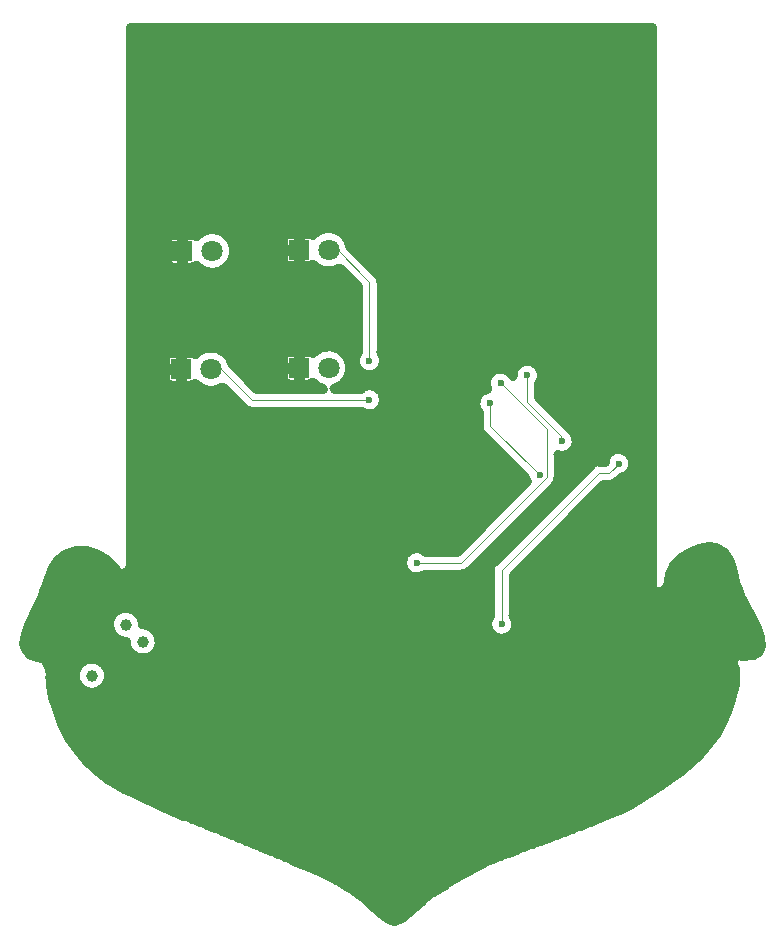
<source format=gtl>
G04 Layer: TopLayer*
G04 EasyEDA Pro v2.2.43.4, 2025-11-10 11:02:42*
G04 Gerber Generator version 0.3*
G04 Scale: 100 percent, Rotated: No, Reflected: No*
G04 Dimensions in millimeters*
G04 Leading zeros omitted, absolute positions, 4 integers and 5 decimals*
G04 Generated by one-click*
%FSLAX45Y45*%
%MOMM*%
%ADD10C,0.8*%
%ADD11C,0.90508*%
%ADD12R,1.8X1.8*%
%ADD13C,1.8*%
%ADD14C,0.991*%
%ADD15C,0.6*%
%ADD16C,0.1020*%
%ADD17C,0.1*%
G75*


G04 Copper Start*
G36*
G01X12004357Y-6458590D02*
G01X12004357Y-6315123D01*
G01X12234272Y-6315123D01*
G01X12242443Y-6316708D01*
G01X12250749Y-6317239D01*
G01X16206984Y-6317647D01*
G01X16216063Y-6317014D01*
G01X16224964Y-6315123D01*
G01X16418636Y-6315123D01*
G01X16418636Y-11029681D01*
G01X16420571Y-11045452D01*
G01X16426260Y-11060288D01*
G01X16435366Y-11073310D01*
G01X16447350Y-11083744D01*
G01X16461500Y-11090973D01*
G01X16476978Y-11094568D01*
G01X16492865Y-11094315D01*
G01X16508221Y-11090229D01*
G01X16522134Y-11082554D01*
G01X16533779Y-11071743D01*
G01X16542466Y-11058438D01*
G01X16547680Y-11043429D01*
G01X16568231Y-10948069D01*
G01X16603466Y-10870975D01*
G01X16667470Y-10803659D01*
G01X16739002Y-10757913D01*
G01X16819120Y-10723587D01*
G01X16896619Y-10709661D01*
G01X16965617Y-10719890D01*
G01X17027962Y-10759010D01*
G01X17079426Y-10832745D01*
G01X17110284Y-10926783D01*
G01X17136204Y-11035186D01*
G01X17138437Y-11042540D01*
G01X17178513Y-11150688D01*
G01X17183269Y-11160741D01*
G01X17245669Y-11267508D01*
G01X17306775Y-11377881D01*
G01X17338316Y-11479463D01*
G01X17342971Y-11554046D01*
G01X17322727Y-11605704D01*
G01X17274162Y-11630182D01*
G01X17172009Y-11635374D01*
G01X17156117Y-11638180D01*
G01X17141399Y-11644801D01*
G01X17128756Y-11654830D01*
G01X17118961Y-11667656D01*
G01X17112614Y-11682493D01*
G01X17110101Y-11698434D01*
G01X17111578Y-11714505D01*
G01X17116953Y-11729721D01*
G01X17117108Y-11730031D01*
G01X17122912Y-11739520D01*
G01X17130242Y-11747886D01*
G01X17128918Y-11758858D01*
G01X17124652Y-11879664D01*
G01X17093595Y-12002686D01*
G01X17056392Y-12107578D01*
G01X17016200Y-12206020D01*
G01X16965853Y-12296299D01*
G01X16898698Y-12386522D01*
G01X16820149Y-12478288D01*
G01X16739359Y-12555638D01*
G01X16667695Y-12611115D01*
G01X16591556Y-12665507D01*
G01X16499626Y-12729143D01*
G01X16406584Y-12790775D01*
G01X16312298Y-12850074D01*
G01X16218178Y-12905798D01*
G01X16144964Y-12941412D01*
G01X16032704Y-12988820D01*
G01X15896877Y-13042940D01*
G01X15883724Y-13050022D01*
G01X15872526Y-13059909D01*
G01X15853683Y-13063808D01*
G01X15836007Y-13071414D01*
G01X15820222Y-13082417D01*
G01X15804200Y-13082865D01*
G01X15788480Y-13085994D01*
G01X15773507Y-13091714D01*
G01X15759705Y-13099864D01*
G01X15747466Y-13110213D01*
G01X15730038Y-13112031D01*
G01X15713238Y-13117011D01*
G01X15697634Y-13124984D01*
G01X15683755Y-13135680D01*
G01X15665073Y-13136782D01*
G01X15646966Y-13141516D01*
G01X15630134Y-13149699D01*
G01X15615227Y-13161015D01*
G01X15596275Y-13162661D01*
G01X15578028Y-13168040D01*
G01X15561213Y-13176939D01*
G01X15546502Y-13189001D01*
G01X15528846Y-13190045D01*
G01X15511687Y-13194337D01*
G01X15495617Y-13201726D01*
G01X15481190Y-13211960D01*
G01X15462943Y-13212676D01*
G01X15445168Y-13216860D01*
G01X15428518Y-13224360D01*
G01X15413605Y-13234899D01*
G01X15394176Y-13235525D01*
G01X15375278Y-13240083D01*
G01X15357700Y-13248381D01*
G01X15342172Y-13260076D01*
G01X15326267Y-13261181D01*
G01X15310769Y-13264923D01*
G01X15296113Y-13271198D01*
G01X15282708Y-13279830D01*
G01X15270931Y-13290576D01*
G01X15254708Y-13292379D01*
G01X15239031Y-13296926D01*
G01X15224361Y-13304083D01*
G01X15211128Y-13313639D01*
G01X15191699Y-13314265D01*
G01X15172801Y-13318823D01*
G01X15155222Y-13327121D01*
G01X15139694Y-13338816D01*
G01X15121622Y-13340281D01*
G01X15104154Y-13345145D01*
G01X15087925Y-13353230D01*
G01X15073521Y-13364244D01*
G01X15056145Y-13365345D01*
G01X15039260Y-13369590D01*
G01X15023429Y-13376837D01*
G01X15009182Y-13386845D01*
G01X14998219Y-13389390D01*
G01X14987857Y-13393780D01*
G01X14880827Y-13450468D01*
G01X14879086Y-13451425D01*
G01X14773846Y-13511420D01*
G01X14772873Y-13511986D01*
G01X14668684Y-13573837D01*
G01X14668449Y-13573977D01*
G01X14564426Y-13636333D01*
G01X14557483Y-13641145D01*
G01X14475816Y-13706130D01*
G01X14471689Y-13709712D01*
G01X14385112Y-13791599D01*
G01X14303244Y-13856909D01*
G01X14239959Y-13880358D01*
G01X14185992Y-13866083D01*
G01X14116077Y-13815229D01*
G01X14041780Y-13744657D01*
G01X14040586Y-13743552D01*
G01X13972355Y-13681965D01*
G01X13966438Y-13677228D01*
G01X13864442Y-13605067D01*
G01X13860924Y-13602747D01*
G01X13754351Y-13537425D01*
G01X13750633Y-13535314D01*
G01X13639928Y-13477251D01*
G01X13636001Y-13475359D01*
G01X13521630Y-13424981D01*
G01X13518369Y-13423651D01*
G01X13449473Y-13397729D01*
G01X13447927Y-13397170D01*
G01X13381443Y-13374087D01*
G01X13367547Y-13362680D01*
G01X13351755Y-13354087D01*
G01X13334629Y-13348615D01*
G01X13316781Y-13346458D01*
G01X13302690Y-13334819D01*
G01X13286636Y-13326085D01*
G01X13269209Y-13320578D01*
G01X13251051Y-13318501D01*
G01X13236413Y-13306501D01*
G01X13219691Y-13297631D01*
G01X13201545Y-13292244D01*
G01X13182692Y-13290551D01*
G01X13169075Y-13280043D01*
G01X13153790Y-13272155D01*
G01X13137336Y-13267144D01*
G01X13120249Y-13265174D01*
G01X13105699Y-13253228D01*
G01X13089085Y-13244377D01*
G01X13071054Y-13238967D01*
G01X13052311Y-13237208D01*
G01X13038401Y-13226515D01*
G01X13022765Y-13218555D01*
G01X13005936Y-13213597D01*
G01X12988482Y-13211811D01*
G01X12974236Y-13200076D01*
G01X12957993Y-13191309D01*
G01X12940366Y-13185838D01*
G01X12922014Y-13183871D01*
G01X12907580Y-13172010D01*
G01X12891109Y-13163195D01*
G01X12873234Y-13157764D01*
G01X12854642Y-13155926D01*
G01X12840209Y-13144067D01*
G01X12823739Y-13135253D01*
G01X12805865Y-13129823D01*
G01X12787276Y-13127986D01*
G01X12772249Y-13115733D01*
G01X12755052Y-13106777D01*
G01X12736398Y-13101489D01*
G01X12717060Y-13100088D01*
G01X12703608Y-13089674D01*
G01X12688518Y-13081818D01*
G01X12672271Y-13076773D01*
G01X12655386Y-13074698D01*
G01X12641032Y-13062875D01*
G01X12624656Y-13054067D01*
G01X12606880Y-13048608D01*
G01X12588382Y-13046707D01*
G01X12574517Y-13036043D01*
G01X12558936Y-13028094D01*
G01X12542164Y-13023128D01*
G01X12524766Y-13021313D01*
G01X12509728Y-13009917D01*
G01X12492739Y-13001709D01*
G01X12474465Y-12997011D01*
G01X12455624Y-12996007D01*
G01X12302516Y-12926350D01*
G01X12157456Y-12859458D01*
G01X12037130Y-12803072D01*
G01X11950966Y-12761641D01*
G01X11910189Y-12740581D01*
G01X11811555Y-12677441D01*
G01X11718332Y-12607689D01*
G01X11633853Y-12530254D01*
G01X11558845Y-12441876D01*
G01X11487898Y-12340107D01*
G01X11428993Y-12233112D01*
G01X11391798Y-12132408D01*
G01X11346513Y-11987744D01*
G01X11323031Y-11887756D01*
G01X11322836Y-11825394D01*
G01X11322598Y-11820077D01*
G01X11320846Y-11799828D01*
G01X11540710Y-11799828D01*
G01X11541664Y-11822898D01*
G01X11546403Y-11845496D01*
G01X11554796Y-11867006D01*
G01X11566616Y-11886842D01*
G01X11581538Y-11904461D01*
G01X11581538Y-11904461D01*
G01X11599158Y-11919384D01*
G01X11618993Y-11931204D01*
G01X11640504Y-11939597D01*
G01X11663102Y-11944335D01*
G01X11686172Y-11945289D01*
G01X11709085Y-11942433D01*
G01X11731215Y-11935845D01*
G01X11751958Y-11925704D01*
G01X11770750Y-11912287D01*
G01X11787077Y-11895960D01*
G01X11800494Y-11877169D01*
G01X11810635Y-11856425D01*
G01X11817223Y-11834295D01*
G01X11820079Y-11811382D01*
G01X11819125Y-11788312D01*
G01X11814387Y-11765714D01*
G01X11805993Y-11744204D01*
G01X11794174Y-11724368D01*
G01X11779251Y-11706749D01*
G01X11761632Y-11691826D01*
G01X11741796Y-11680006D01*
G01X11720286Y-11671613D01*
G01X11697687Y-11666875D01*
G01X11674617Y-11665921D01*
G01X11651705Y-11668777D01*
G01X11629575Y-11675365D01*
G01X11608831Y-11685506D01*
G01X11590040Y-11698923D01*
G01X11573713Y-11715250D01*
G01X11560296Y-11734041D01*
G01X11550155Y-11754785D01*
G01X11543566Y-11776915D01*
G01X11540710Y-11799828D01*
G01X11320846Y-11799828D01*
G01X11315939Y-11743132D01*
G01X11313730Y-11731036D01*
G01X11309290Y-11719570D01*
G01X11302778Y-11709140D01*
G01X11294426Y-11700116D01*
G01X11289789Y-11687096D01*
G01X11282513Y-11675343D01*
G01X11272925Y-11665388D01*
G01X11261455Y-11657674D01*
G01X11248618Y-11652550D01*
G01X11159380Y-11627499D01*
G01X11113483Y-11583119D01*
G01X11100320Y-11528137D01*
G01X11112110Y-11453572D01*
G01X11137925Y-11383795D01*
G01X11828265Y-11383795D01*
G01X11831850Y-11407304D01*
G01X11839367Y-11429866D01*
G01X11850600Y-11450828D01*
G01X11865222Y-11469582D01*
G01X11882812Y-11485587D01*
G01X11902860Y-11498378D01*
G01X11924786Y-11507587D01*
G01X11947956Y-11512946D01*
G01X11971699Y-11514301D01*
G01X11973053Y-11538044D01*
G01X11978413Y-11561213D01*
G01X11987622Y-11583139D01*
G01X12000413Y-11603187D01*
G01X12016418Y-11620777D01*
G01X12035172Y-11635400D01*
G01X12056134Y-11646633D01*
G01X12078695Y-11654150D01*
G01X12102205Y-11657735D01*
G01X12125982Y-11657283D01*
G01X12149339Y-11652808D01*
G01X12171599Y-11644439D01*
G01X12192118Y-11632418D01*
G01X12210303Y-11617093D01*
G01X12210303Y-11617093D01*
G01X12225628Y-11598908D01*
G01X12237649Y-11578388D01*
G01X12246018Y-11556128D01*
G01X12250493Y-11532772D01*
G01X12250945Y-11508995D01*
G01X12247361Y-11485485D01*
G01X12239843Y-11462923D01*
G01X12228610Y-11441962D01*
G01X12213988Y-11423208D01*
G01X12196398Y-11407203D01*
G01X12176350Y-11394411D01*
G01X12154424Y-11385202D01*
G01X12131254Y-11379843D01*
G01X12107511Y-11378488D01*
G01X12107225Y-11373462D01*
G01X15029796Y-11373462D01*
G01X15032146Y-11393905D01*
G01X15037948Y-11413649D01*
G01X15047030Y-11432115D01*
G01X15059128Y-11448761D01*
G01X15073887Y-11463101D01*
G01X15090875Y-11474715D01*
G01X15109595Y-11483262D01*
G01X15129497Y-11488493D01*
G01X15150000Y-11490254D01*
G01X15170503Y-11488493D01*
G01X15190405Y-11483262D01*
G01X15209125Y-11474715D01*
G01X15226113Y-11463101D01*
G01X15240872Y-11448761D01*
G01X15252970Y-11432115D01*
G01X15262052Y-11413649D01*
G01X15267854Y-11393905D01*
G01X15270204Y-11373462D01*
G01X15269034Y-11352917D01*
G01X15264379Y-11332872D01*
G01X15256374Y-11313914D01*
G01X15245254Y-11296599D01*
G01X15245254Y-10949455D01*
G01X16009456Y-10185254D01*
G01X16060000Y-10185254D01*
G01X16078583Y-10183423D01*
G01X16096452Y-10178003D01*
G01X16112920Y-10169201D01*
G01X16127355Y-10157355D01*
G01X16155452Y-10129257D01*
G01X16175559Y-10124876D01*
G01X16194624Y-10117132D01*
G01X16212090Y-10106250D01*
G01X16227445Y-10092549D01*
G01X16240239Y-10076431D01*
G01X16250098Y-10058368D01*
G01X16256732Y-10038889D01*
G01X16259949Y-10018563D01*
G01X16259652Y-9997987D01*
G01X16255852Y-9977763D01*
G01X16248660Y-9958482D01*
G01X16238285Y-9940710D01*
G01X16225032Y-9924968D01*
G01X16209290Y-9911715D01*
G01X16191518Y-9901340D01*
G01X16172237Y-9894148D01*
G01X16152013Y-9890348D01*
G01X16131437Y-9890051D01*
G01X16111111Y-9893268D01*
G01X16091632Y-9899902D01*
G01X16073569Y-9909761D01*
G01X16057451Y-9922555D01*
G01X16043750Y-9937910D01*
G01X16032869Y-9955376D01*
G01X16025124Y-9974441D01*
G01X16020743Y-9994548D01*
G01X16020545Y-9994746D01*
G01X15970000Y-9994746D01*
G01X15951417Y-9996576D01*
G01X15933548Y-10001997D01*
G01X15917080Y-10010799D01*
G01X15902645Y-10022645D01*
G01X15082645Y-10842645D01*
G01X15082645Y-10842645D01*
G01X15070799Y-10857080D01*
G01X15061997Y-10873548D01*
G01X15056576Y-10891417D01*
G01X15054746Y-10910000D01*
G01X15054746Y-11296599D01*
G01X15043626Y-11313914D01*
G01X15035621Y-11332872D01*
G01X15030966Y-11352917D01*
G01X15029796Y-11373462D01*
G01X12107225Y-11373462D01*
G01X12106157Y-11354746D01*
G01X12100797Y-11331576D01*
G01X12091589Y-11309650D01*
G01X12078797Y-11289602D01*
G01X12062792Y-11272012D01*
G01X12044038Y-11257389D01*
G01X12023077Y-11246157D01*
G01X12000515Y-11238639D01*
G01X11977005Y-11235055D01*
G01X11953228Y-11235506D01*
G01X11929871Y-11239982D01*
G01X11907611Y-11248351D01*
G01X11887092Y-11260372D01*
G01X11868907Y-11275696D01*
G01X11853582Y-11293882D01*
G01X11841561Y-11314401D01*
G01X11833192Y-11336661D01*
G01X11828717Y-11360018D01*
G01X11828265Y-11383795D01*
G01X11137925Y-11383795D01*
G01X11139882Y-11378505D01*
G01X11183406Y-11281975D01*
G01X11228186Y-11183423D01*
G01X11228795Y-11182040D01*
G01X11271260Y-11082399D01*
G01X11272449Y-11079402D01*
G01X11309699Y-10978130D01*
G01X11342661Y-10888401D01*
G01X11380572Y-10829864D01*
G01X11447127Y-10779811D01*
G01X11541858Y-10744071D01*
G01X11631220Y-10740635D01*
G01X11717036Y-10765285D01*
G01X11798981Y-10816547D01*
G01X11874151Y-10892723D01*
G01X11884788Y-10908699D01*
G01X11894568Y-10920227D01*
G01X11906738Y-10929195D01*
G01X11920646Y-10935122D01*
G01X11935544Y-10937690D01*
G01X11950633Y-10936760D01*
G01X11965103Y-10932383D01*
G01X11978178Y-10924794D01*
G01X11989155Y-10914400D01*
G01X11997446Y-10901759D01*
G01X12002606Y-10887549D01*
G01X12004357Y-10872533D01*
G01X12004357Y-10850000D01*
G01X14309746Y-10850000D01*
G01X14311507Y-10870503D01*
G01X14316738Y-10890405D01*
G01X14325285Y-10909125D01*
G01X14336899Y-10926112D01*
G01X14351239Y-10940872D01*
G01X14367885Y-10952970D01*
G01X14386351Y-10962052D01*
G01X14406095Y-10967854D01*
G01X14426538Y-10970204D01*
G01X14447083Y-10969034D01*
G01X14467128Y-10964379D01*
G01X14486086Y-10956374D01*
G01X14503401Y-10945254D01*
G01X14807782Y-10945254D01*
G01X14826365Y-10943424D01*
G01X14844234Y-10938003D01*
G01X14860702Y-10929201D01*
G01X14875137Y-10917355D01*
G01X15597355Y-10195137D01*
G01X15609201Y-10180702D01*
G01X15618003Y-10164234D01*
G01X15623424Y-10146365D01*
G01X15625254Y-10127782D01*
G01X15625254Y-9935125D01*
G01X15645280Y-9939349D01*
G01X15665732Y-9940117D01*
G01X15686019Y-9937405D01*
G01X15705552Y-9931292D01*
G01X15723765Y-9921956D01*
G01X15740131Y-9909666D01*
G01X15754176Y-9894779D01*
G01X15765493Y-9877725D01*
G01X15773754Y-9858999D01*
G01X15778720Y-9839144D01*
G01X15780247Y-9818734D01*
G01X15778291Y-9798361D01*
G01X15772908Y-9778615D01*
G01X15764255Y-9760067D01*
G01X15752581Y-9743256D01*
G01X15738226Y-9728667D01*
G01X15731020Y-9717605D01*
G01X15722355Y-9707645D01*
G01X15461254Y-9446545D01*
G01X15461254Y-9337401D01*
G01X15472646Y-9319566D01*
G01X15480735Y-9300011D01*
G01X15485271Y-9279340D01*
G01X15486114Y-9258194D01*
G01X15483236Y-9237228D01*
G01X15476727Y-9217091D01*
G01X15466790Y-9198407D01*
G01X15453731Y-9181755D01*
G01X15437955Y-9167649D01*
G01X15419950Y-9156527D01*
G01X15400275Y-9148734D01*
G01X15379538Y-9144511D01*
G01X15358382Y-9143988D01*
G01X15337462Y-9147182D01*
G01X15317425Y-9153993D01*
G01X15298893Y-9164212D01*
G01X15282440Y-9177521D01*
G01X15268574Y-9193508D01*
G01X15257725Y-9211678D01*
G01X15250230Y-9231469D01*
G01X15246320Y-9252267D01*
G01X15246116Y-9273429D01*
G01X15234885Y-9256123D01*
G01X15220861Y-9240992D01*
G01X15204458Y-9228481D01*
G01X15186157Y-9218957D01*
G01X15166498Y-9212702D01*
G01X15146058Y-9209899D01*
G01X15125441Y-9210631D01*
G01X15105252Y-9214876D01*
G01X15086085Y-9222509D01*
G01X15068506Y-9233307D01*
G01X15053031Y-9246950D01*
G01X15040115Y-9263037D01*
G01X15030139Y-9281096D01*
G01X15023397Y-9300593D01*
G01X15020087Y-9320957D01*
G01X15020306Y-9341586D01*
G01X15024047Y-9361874D01*
G01X15031202Y-9381225D01*
G01X15011090Y-9386215D01*
G01X14992134Y-9394584D01*
G01X14974895Y-9406084D01*
G01X14959887Y-9420372D01*
G01X14947555Y-9437024D01*
G01X14938264Y-9455547D01*
G01X14932292Y-9475389D01*
G01X14929814Y-9495962D01*
G01X14930905Y-9516656D01*
G01X14935533Y-9536854D01*
G01X14943559Y-9555958D01*
G01X14954746Y-9573401D01*
G01X14954746Y-9690000D01*
G01X14956577Y-9708583D01*
G01X14961997Y-9726452D01*
G01X14970799Y-9742920D01*
G01X14982645Y-9757355D01*
G01X15350743Y-10125453D01*
G01X15350743Y-10125453D01*
G01X15354647Y-10143979D01*
G01X15361409Y-10161663D01*
G01X14768326Y-10754746D01*
G01X14503401Y-10754746D01*
G01X14486086Y-10743626D01*
G01X14467128Y-10735621D01*
G01X14447083Y-10730966D01*
G01X14426538Y-10729796D01*
G01X14406095Y-10732146D01*
G01X14386351Y-10737948D01*
G01X14367885Y-10747030D01*
G01X14351239Y-10759128D01*
G01X14336899Y-10773887D01*
G01X14325285Y-10790875D01*
G01X14316738Y-10809594D01*
G01X14311507Y-10829497D01*
G01X14309746Y-10850000D01*
G01X12004357Y-10850000D01*
G01X12004357Y-9120000D01*
G01X12303206Y-9120000D01*
G01X12303206Y-9300000D01*
G01X12304664Y-9311076D01*
G01X12308939Y-9321397D01*
G01X12315740Y-9330260D01*
G01X12324603Y-9337061D01*
G01X12334924Y-9341336D01*
G01X12346000Y-9342794D01*
G01X12526000Y-9342794D01*
G01X12536948Y-9341370D01*
G01X12547168Y-9337192D01*
G01X12555978Y-9330539D01*
G01X12574323Y-9348240D01*
G01X12594982Y-9363177D01*
G01X12617541Y-9375049D01*
G01X12641549Y-9383620D01*
G01X12666527Y-9388719D01*
G01X12691974Y-9390243D01*
G01X12717381Y-9388162D01*
G01X12742241Y-9382518D01*
G01X12766056Y-9373423D01*
G01X12788350Y-9361059D01*
G01X12964645Y-9537355D01*
G01X12979080Y-9549201D01*
G01X12995548Y-9558003D01*
G01X13013417Y-9563424D01*
G01X13032000Y-9565254D01*
G01X13956599Y-9565254D01*
G01X13973915Y-9576374D01*
G01X13992872Y-9584379D01*
G01X14012917Y-9589034D01*
G01X14033462Y-9590204D01*
G01X14053906Y-9587854D01*
G01X14073649Y-9582052D01*
G01X14092115Y-9572970D01*
G01X14108761Y-9560872D01*
G01X14123101Y-9546113D01*
G01X14134715Y-9529125D01*
G01X14143263Y-9510406D01*
G01X14148493Y-9490503D01*
G01X14150254Y-9470000D01*
G01X14148493Y-9449497D01*
G01X14143263Y-9429595D01*
G01X14134715Y-9410875D01*
G01X14123101Y-9393888D01*
G01X14108761Y-9379128D01*
G01X14092115Y-9367030D01*
G01X14073649Y-9357948D01*
G01X14053906Y-9352146D01*
G01X14033462Y-9349796D01*
G01X14012917Y-9350966D01*
G01X13992872Y-9355621D01*
G01X13973915Y-9363626D01*
G01X13956599Y-9374746D01*
G01X13728218Y-9374746D01*
G01X13752760Y-9366624D01*
G01X13775888Y-9355074D01*
G01X13797126Y-9340335D01*
G01X13816038Y-9322709D01*
G01X13832233Y-9302559D01*
G01X13845380Y-9280300D01*
G01X13855207Y-9256389D01*
G01X13861512Y-9231318D01*
G01X13864167Y-9205603D01*
G01X13863115Y-9179773D01*
G01X13858380Y-9154359D01*
G01X13850058Y-9129883D01*
G01X13838320Y-9106850D01*
G01X13823408Y-9085733D01*
G01X13805628Y-9066966D01*
G01X13785347Y-9050935D01*
G01X13762981Y-9037971D01*
G01X13738991Y-9028339D01*
G01X13713869Y-9022238D01*
G01X13688134Y-9019793D01*
G01X13662313Y-9021055D01*
G01X13636938Y-9025998D01*
G01X13612531Y-9034520D01*
G01X13589595Y-9046445D01*
G01X13568600Y-9061529D01*
G01X13549978Y-9079461D01*
G01X13541168Y-9072808D01*
G01X13530948Y-9068630D01*
G01X13520000Y-9067206D01*
G01X13340000Y-9067206D01*
G01X13328924Y-9068664D01*
G01X13318603Y-9072939D01*
G01X13309740Y-9079740D01*
G01X13302939Y-9088603D01*
G01X13298664Y-9098924D01*
G01X13297206Y-9110000D01*
G01X13297206Y-9290000D01*
G01X13298664Y-9301076D01*
G01X13302939Y-9311397D01*
G01X13309740Y-9320260D01*
G01X13318603Y-9327061D01*
G01X13328924Y-9331336D01*
G01X13340000Y-9332794D01*
G01X13520000Y-9332794D01*
G01X13530948Y-9331370D01*
G01X13541168Y-9327192D01*
G01X13549978Y-9320539D01*
G01X13569165Y-9338940D01*
G01X13590850Y-9354320D01*
G01X13614561Y-9366342D01*
G01X13639783Y-9374746D01*
G01X13071456Y-9374746D01*
G01X12865474Y-9168765D01*
G01X12857660Y-9143806D01*
G01X12846316Y-9120240D01*
G01X12831681Y-9098565D01*
G01X12814064Y-9079235D01*
G01X12793835Y-9062658D01*
G01X12771420Y-9049183D01*
G01X12747291Y-9039093D01*
G01X12721956Y-9032602D01*
G01X12695949Y-9029844D01*
G01X12669816Y-9030880D01*
G01X12644108Y-9035686D01*
G01X12619366Y-9044162D01*
G01X12596111Y-9056129D01*
G01X12574832Y-9071336D01*
G01X12555978Y-9089461D01*
G01X12555978Y-9089461D01*
G01X12547168Y-9082808D01*
G01X12536948Y-9078630D01*
G01X12526000Y-9077206D01*
G01X12346000Y-9077206D01*
G01X12334924Y-9078664D01*
G01X12324603Y-9082939D01*
G01X12315740Y-9089740D01*
G01X12308939Y-9098603D01*
G01X12304664Y-9108924D01*
G01X12303206Y-9120000D01*
G01X12004357Y-9120000D01*
G01X12004357Y-8120000D01*
G01X12313206Y-8120000D01*
G01X12313206Y-8300000D01*
G01X12314664Y-8311076D01*
G01X12318939Y-8321397D01*
G01X12325740Y-8330260D01*
G01X12334603Y-8337061D01*
G01X12344924Y-8341336D01*
G01X12356000Y-8342794D01*
G01X12536000Y-8342794D01*
G01X12546948Y-8341370D01*
G01X12557168Y-8337192D01*
G01X12565978Y-8330539D01*
G01X12584347Y-8348260D01*
G01X12605033Y-8363209D01*
G01X12627624Y-8375086D01*
G01X12651666Y-8383653D01*
G01X12676677Y-8388739D01*
G01X12702156Y-8390241D01*
G01X12727591Y-8388130D01*
G01X12752473Y-8382447D01*
G01X12776304Y-8373307D01*
G01X12798604Y-8360893D01*
G01X12818927Y-8345454D01*
G01X12836867Y-8327299D01*
G01X12852062Y-8306792D01*
G01X12864208Y-8284345D01*
G01X12873062Y-8260407D01*
G01X12878447Y-8235459D01*
G01X12880254Y-8210000D01*
G01X12878447Y-8184541D01*
G01X12873062Y-8159593D01*
G01X12864208Y-8135655D01*
G01X12852062Y-8113208D01*
G01X12849685Y-8110000D01*
G01X13297206Y-8110000D01*
G01X13297206Y-8290000D01*
G01X13298664Y-8301076D01*
G01X13302939Y-8311397D01*
G01X13309740Y-8320260D01*
G01X13318603Y-8327061D01*
G01X13328924Y-8331336D01*
G01X13340000Y-8332794D01*
G01X13520000Y-8332794D01*
G01X13530948Y-8331370D01*
G01X13541168Y-8327192D01*
G01X13549978Y-8320539D01*
G01X13568046Y-8338008D01*
G01X13588367Y-8352793D01*
G01X13610548Y-8364609D01*
G01X13634156Y-8373225D01*
G01X13658733Y-8378474D01*
G01X13683801Y-8380254D01*
G01X13708873Y-8378530D01*
G01X13733462Y-8373335D01*
G01X13757089Y-8364771D01*
G01X13779295Y-8353004D01*
G01X13934746Y-8508456D01*
G01X13934746Y-9066599D01*
G01X13934746Y-9066599D01*
G01X13923626Y-9083914D01*
G01X13915621Y-9102872D01*
G01X13910966Y-9122917D01*
G01X13909796Y-9143462D01*
G01X13912146Y-9163906D01*
G01X13917948Y-9183649D01*
G01X13927030Y-9202115D01*
G01X13939128Y-9218761D01*
G01X13953888Y-9233101D01*
G01X13970875Y-9244715D01*
G01X13989595Y-9253262D01*
G01X14009497Y-9258493D01*
G01X14030000Y-9260254D01*
G01X14050503Y-9258493D01*
G01X14070406Y-9253262D01*
G01X14089125Y-9244715D01*
G01X14106113Y-9233101D01*
G01X14120872Y-9218761D01*
G01X14132970Y-9202115D01*
G01X14142052Y-9183649D01*
G01X14147854Y-9163906D01*
G01X14150204Y-9143462D01*
G01X14149034Y-9122917D01*
G01X14144379Y-9102872D01*
G01X14136374Y-9083914D01*
G01X14125254Y-9066599D01*
G01X14125254Y-8469000D01*
G01X14123424Y-8450417D01*
G01X14118003Y-8432548D01*
G01X14109201Y-8416080D01*
G01X14097355Y-8401645D01*
G01X13860851Y-8165142D01*
G01X13853800Y-8139507D01*
G01X13843054Y-8115188D01*
G01X13828849Y-8092714D01*
G01X13811491Y-8072574D01*
G01X13791360Y-8055206D01*
G01X13768894Y-8040989D01*
G01X13744580Y-8030231D01*
G01X13718948Y-8023167D01*
G01X13692556Y-8019949D01*
G01X13665978Y-8020649D01*
G01X13639792Y-8025251D01*
G01X13614568Y-8033655D01*
G01X13590854Y-8045678D01*
G01X13569167Y-8061058D01*
G01X13549978Y-8079461D01*
G01X13541168Y-8072808D01*
G01X13530948Y-8068630D01*
G01X13520000Y-8067206D01*
G01X13340000Y-8067206D01*
G01X13328924Y-8068664D01*
G01X13318603Y-8072939D01*
G01X13309740Y-8079740D01*
G01X13302939Y-8088603D01*
G01X13298664Y-8098924D01*
G01X13297206Y-8110000D01*
G01X12849685Y-8110000D01*
G01X12836867Y-8092701D01*
G01X12818927Y-8074546D01*
G01X12798604Y-8059107D01*
G01X12776304Y-8046693D01*
G01X12752473Y-8037553D01*
G01X12727591Y-8031870D01*
G01X12702156Y-8029759D01*
G01X12676677Y-8031261D01*
G01X12651666Y-8036347D01*
G01X12627624Y-8044915D01*
G01X12605033Y-8056792D01*
G01X12584347Y-8071740D01*
G01X12565978Y-8089461D01*
G01X12557168Y-8082808D01*
G01X12546948Y-8078630D01*
G01X12536000Y-8077206D01*
G01X12536000Y-8077206D01*
G01X12356000Y-8077206D01*
G01X12344924Y-8078664D01*
G01X12334603Y-8082939D01*
G01X12325740Y-8089740D01*
G01X12318939Y-8098603D01*
G01X12314664Y-8108924D01*
G01X12313206Y-8120000D01*
G01X12004357Y-8120000D01*
G01X12004357Y-6458590D01*
G37*
G54D10*
G01X12004357Y-6458590D02*
G01X12004357Y-6315123D01*
G01X12234272Y-6315123D01*
G03X12250749Y-6317239I16483J63138D01*
G01X16206984Y-6317647D01*
G03X16224964Y-6315123I7J65254D01*
G01X16418636Y-6315123D01*
G01X16418636Y-11029681D01*
G03X16547680Y-11043429I65254J0D01*
G01X16568231Y-10948069D01*
G01X16603466Y-10870975D01*
G01X16667470Y-10803659D01*
G01X16739002Y-10757913D01*
G01X16819120Y-10723587D01*
G01X16896619Y-10709661D01*
G01X16965617Y-10719890D01*
G01X17027962Y-10759010D01*
G01X17079426Y-10832745D01*
G01X17110284Y-10926783D01*
G01X17136204Y-11035186D01*
G03X17138437Y-11042540I62230J14879D01*
G01X17178513Y-11150688D01*
G03X17183269Y-11160741I59997J22233D01*
G01X17245669Y-11267508D01*
G01X17306775Y-11377881D01*
G01X17338316Y-11479463D01*
G01X17342971Y-11554046D01*
G01X17322727Y-11605704D01*
G01X17274162Y-11630182D01*
G01X17172009Y-11635374D01*
G03X17116953Y-11729721I3312J-65170D01*
G01X17117108Y-11730031D01*
G03X17130242Y-11747886I58368J29177D01*
G03X17128918Y-11758858I63889J-13275D01*
G01X17124652Y-11879664D01*
G01X17093595Y-12002686D01*
G01X17056392Y-12107578D01*
G01X17016200Y-12206020D01*
G01X16965853Y-12296299D01*
G01X16898698Y-12386522D01*
G01X16820149Y-12478288D01*
G01X16739359Y-12555638D01*
G01X16667695Y-12611115D01*
G01X16591556Y-12665507D01*
G01X16499626Y-12729143D01*
G01X16406584Y-12790775D01*
G01X16312298Y-12850074D01*
G01X16218178Y-12905798D01*
G01X16144964Y-12941412D01*
G01X16032704Y-12988820D01*
G01X15896877Y-13042940D01*
G03X15872526Y-13059909I24154J-60619D01*
G03X15820222Y-13082417I9778J-94751D01*
G03X15747466Y-13110213I-5354J-95103D01*
G03X15683755Y-13135680I1129J-95247D01*
G03X15615227Y-13161015I-3760J-95180D01*
G03X15546502Y-13189001I-1275J-95245D01*
G03X15481190Y-13211960I-3226J-95199D01*
G03X15413605Y-13234899I-5407J-95100D01*
G03X15342172Y-13260076I-6664J-95021D01*
G03X15270931Y-13290576I-1373J-95244D01*
G03X15211128Y-13313639I2375J-95224D01*
G03X15139694Y-13338816I-6664J-95021D01*
G03X15073521Y-13364244I-1373J-95244D01*
G03X15009182Y-13386845I-2692J-95216D01*
G03X14987857Y-13393780I9217J-64600D01*
G01X14880827Y-13450468D01*
G01X14879086Y-13451425D01*
G01X14773846Y-13511420D01*
G01X14772873Y-13511986D01*
G01X14668684Y-13573837D01*
G01X14668449Y-13573977D01*
G01X14564426Y-13636333D01*
G03X14557483Y-13641145I32897J-54879D01*
G01X14475816Y-13706130D01*
G03X14471689Y-13709712I39840J-50067D01*
G01X14385112Y-13791599D01*
G01X14303244Y-13856909D01*
G01X14239959Y-13880358D01*
G01X14185992Y-13866083D01*
G01X14116077Y-13815229D01*
G01X14041780Y-13744657D01*
G01X14040586Y-13743552D01*
G01X13972355Y-13681965D01*
G03X13966438Y-13677228I-42872J-47497D01*
G01X13864442Y-13605067D01*
G03X13860924Y-13602747I-36955J-52233D01*
G01X13754351Y-13537425D01*
G03X13750633Y-13535314I-33437J-54552D01*
G01X13639928Y-13477251D01*
G03X13636001Y-13475359I-29719J-56663D01*
G01X13521630Y-13424981D01*
G03X13518369Y-13423651I-25792J-58555D01*
G01X13449473Y-13397729D01*
G01X13447927Y-13397170D01*
G01X13381443Y-13374087D01*
G03X13316781Y-13346458I-67115J-67593D01*
G03X13251051Y-13318501I-67427J-67282D01*
G03X13182692Y-13290551I-67411J-67299D01*
G03X13120249Y-13265174I-64764J-69849D01*
G03X13052311Y-13237208I-67424J-67286D01*
G03X12988482Y-13211811I-64761J-69852D01*
G03X12922014Y-13183871I-67400J-67309D01*
G03X12854642Y-13155926I-67400J-67309D01*
G03X12787276Y-13127986I-67395J-67314D01*
G03X12717060Y-13100088I-67395J-67314D01*
G03X12655386Y-13074698I-64804J-69812D01*
G03X12588382Y-13046707I-67447J-67262D01*
G03X12524766Y-13021313I-64760J-69853D01*
G03X12455624Y-12996007I-64766J-69847D01*
G01X12302516Y-12926350D01*
G01X12157456Y-12859458D01*
G01X12037130Y-12803072D01*
G01X11950966Y-12761641D01*
G01X11910189Y-12740581D01*
G01X11811555Y-12677441D01*
G01X11718332Y-12607689D01*
G01X11633853Y-12530254D01*
G01X11558845Y-12441876D01*
G01X11487898Y-12340107D01*
G01X11428993Y-12233112D01*
G01X11391798Y-12132408D01*
G01X11346513Y-11987744D01*
G01X11323031Y-11887756D01*
G01X11322836Y-11825394D01*
G03X11322598Y-11820077I-63984J-200D01*
G01X11315939Y-11743132D01*
G03X11294426Y-11700116I-65011J-5626D01*
G03X11248618Y-11652550I-63445J-15259D01*
G01X11159380Y-11627499D01*
G01X11113483Y-11583119D01*
G01X11100320Y-11528137D01*
G01X11112110Y-11453572D01*
G01X11139882Y-11378505D01*
G01X11183406Y-11281975D01*
G01X11228186Y-11183423D01*
G01X11228795Y-11182040D01*
G01X11271260Y-11082399D01*
G03X11272449Y-11079402I-58861J25086D01*
G01X11309699Y-10978130D01*
G01X11342661Y-10888401D01*
G01X11380572Y-10829864D01*
G01X11447127Y-10779811D01*
G01X11541858Y-10744071D01*
G01X11631220Y-10740635D01*
G01X11717036Y-10765285D01*
G01X11798981Y-10816547D01*
G01X11874151Y-10892723D01*
G01X11884788Y-10908699D01*
G03X12004357Y-10872533I54315J36166D01*
G01X12004357Y-6458590D01*
G01X11581538Y-11904461D02*
G03X11779251Y-11706749I98856J98856D01*
G03X11581538Y-11904461I-98856J-98856D01*
G01X12210303Y-11617093D02*
G03X12107511Y-11378488I-98856J98856D01*
G03X11868907Y-11275696I-139748J3936D01*
G03X11971699Y-11514301I98856J-98856D01*
G03X12210303Y-11617093I139748J-3936D01*
G01X12555978Y-9089461D02*
G03X12526000Y-9077206I-29978J-30539D01*
G01X12346000Y-9077206D01*
G03X12303206Y-9120000I0J-42794D01*
G01X12303206Y-9300000D01*
G03X12346000Y-9342794I42794J0D01*
G01X12526000Y-9342794D01*
G03X12555978Y-9330539I0J42794D01*
G03X12788350Y-9361059I134022J120539D01*
G01X12964645Y-9537355D01*
G03X13032000Y-9565254I67355J67355D01*
G01X13956599Y-9565254D01*
G03X14150254Y-9470000I73401J95254D01*
G03X13956599Y-9374746I-120254J0D01*
G01X13728218Y-9374746D01*
G03X13838320Y-9106850I-44217J174746D01*
G03X13549978Y-9079461I-154320J-93150D01*
G03X13520000Y-9067206I-29978J-30539D01*
G01X13340000Y-9067206D01*
G03X13297206Y-9110000I0J-42794D01*
G01X13297206Y-9290000D01*
G03X13340000Y-9332794I42794J0D01*
G01X13520000Y-9332794D01*
G03X13549978Y-9320539I0J42794D01*
G03X13639783Y-9374746I134022J120539D01*
G01X13071456Y-9374746D01*
G01X12865474Y-9168765D01*
G03X12555978Y-9089461I-175474J-41235D01*
G01X12536000Y-8077206D02*
G01X12356000Y-8077206D01*
G03X12313206Y-8120000I0J-42794D01*
G01X12313206Y-8300000D01*
G03X12356000Y-8342794I42794J0D01*
G01X12536000Y-8342794D01*
G03X12565978Y-8330539I0J42794D01*
G03X12880254Y-8210000I134022J120539D01*
G03X12565978Y-8089461I-180254J0D01*
G03X12536000Y-8077206I-29978J-30539D01*
G01X13934746Y-9066599D02*
G03X14030000Y-9260254I95254J-73401D01*
G03X14125254Y-9066599I0J120254D01*
G01X14125254Y-8469000D01*
G03X14097355Y-8401645I-95254J0D01*
G01X13860851Y-8165142D01*
G03X13549978Y-8079461I-176851J-34858D01*
G03X13520000Y-8067206I-29978J-30539D01*
G01X13340000Y-8067206D01*
G03X13297206Y-8110000I0J-42794D01*
G01X13297206Y-8290000D01*
G03X13340000Y-8332794I42794J0D01*
G01X13520000Y-8332794D01*
G03X13549978Y-8320539I0J42794D01*
G03X13779295Y-8353004I134022J120539D01*
G01X13934746Y-8508456D01*
G01X13934746Y-9066599D01*
G01X15350743Y-10125453D02*
G03X15361409Y-10161663I119257J15452D01*
G01X14768326Y-10754746D01*
G01X14503401Y-10754746D01*
G03X14309746Y-10850000I-73401J-95254D01*
G03X14503401Y-10945254I120254J0D01*
G01X14807782Y-10945254D01*
G03X14875137Y-10917355I0J95254D01*
G01X15597355Y-10195137D01*
G03X15625254Y-10127782I-67355J67355D01*
G01X15625254Y-9935125D01*
G03X15765493Y-9877725I34746J115125D01*
G03X15738226Y-9728667I-105493J57725D01*
G03X15722355Y-9707645I-83226J-46333D01*
G01X15461254Y-9446545D01*
G01X15461254Y-9337401D01*
G03X15400275Y-9148734I-95254J73401D01*
G03X15246116Y-9273429I-34275J-115266D01*
G03X15086085Y-9222509I-106116J-56571D01*
G03X15031202Y-9381225I53915J-107490D01*
G03X14954746Y-9573401I18798J-118775D01*
G01X14954746Y-9690000D01*
G03X14982645Y-9757355I95254J0D01*
G01X15350743Y-10125453D01*
G01X15082645Y-10842645D02*
G03X15054746Y-10910000I67355J-67355D01*
G01X15054746Y-11296599D01*
G03X15150000Y-11490254I95254J-73401D01*
G03X15245254Y-11296599I0J120254D01*
G01X15245254Y-10949455D01*
G01X16009456Y-10185254D01*
G01X16060000Y-10185254D01*
G03X16127355Y-10157355I0J95254D01*
G01X16155452Y-10129257D01*
G03X16225032Y-9924968I-15452J119257D01*
G03X16020743Y-9994548I-85032J-85032D01*
G01X16020545Y-9994746D01*
G01X15970000Y-9994746D01*
G03X15902645Y-10022645I0J-95254D01*
G01X15082645Y-10842645D01*
G54D11*
G01X12346254Y-9210000D02*
G01X12343206Y-9210000D01*
G01X12436000Y-9120254D02*
G01X12436000Y-9117206D01*
G01X12436000Y-9299746D02*
G01X12436000Y-9302794D01*
G01X12356254Y-8210000D02*
G01X12353206Y-8210000D01*
G01X12446000Y-8120254D02*
G01X12446000Y-8117206D01*
G01X12446000Y-8299746D02*
G01X12446000Y-8302794D01*
G01X13340254Y-8200000D02*
G01X13337206Y-8200000D01*
G01X13430000Y-8110254D02*
G01X13430000Y-8107206D01*
G01X13430000Y-8289746D02*
G01X13430000Y-8292794D01*
G01X13340254Y-9200000D02*
G01X13337206Y-9200000D01*
G01X13430000Y-9110254D02*
G01X13430000Y-9107206D01*
G01X13430000Y-9289746D02*
G01X13430000Y-9292794D01*
G04 Copper End*

G04 Pad Start*
G54D12*
G01X12446000Y-8210000D03*
G54D13*
G01X12700000Y-8210000D03*
G54D12*
G01X13430000Y-8200000D03*
G54D13*
G01X13684000Y-8200000D03*
G54D12*
G01X12436000Y-9210000D03*
G54D13*
G01X12690000Y-9210000D03*
G54D12*
G01X13430000Y-9200000D03*
G54D13*
G01X13684000Y-9200000D03*
G54D14*
G01X11680395Y-11805605D03*
G01X11967763Y-11374553D03*
G01X12111447Y-11518237D03*
G04 Pad End*

G04 Via Start*
G54D15*
G01X15727000Y-9673000D03*
G01X14030000Y-9140000D03*
G01X14030000Y-9470000D03*
G01X15150000Y-11370000D03*
G01X16140000Y-10010000D03*
G01X15140000Y-9330000D03*
G01X14430000Y-10850000D03*
G01X15660000Y-9820000D03*
G01X15366000Y-9264000D03*
G01X15050000Y-9500000D03*
G01X15470000Y-10110000D03*
G04 Via End*

G04 Track Start*
G54D17*
G01X14030000Y-9140000D02*
G01X14030000Y-8469000D01*
G01X13743000Y-8182000D01*
G01X14030000Y-9470000D02*
G01X13032000Y-9470000D01*
G01X12761000Y-9199000D01*
G01X15150000Y-10910000D02*
G01X15150000Y-11370000D01*
G01X16060000Y-10090000D02*
G01X16140000Y-10010000D01*
G01X15970000Y-10090000D02*
G01X16060000Y-10090000D01*
G01X15970000Y-10090000D02*
G01X15150000Y-10910000D01*
G01X15530000Y-9720000D02*
G01X15140000Y-9330000D01*
G01X15530000Y-10127782D02*
G01X15530000Y-9720000D01*
G01X14807782Y-10850000D02*
G01X15530000Y-10127782D01*
G01X14430000Y-10850000D02*
G01X14807782Y-10850000D01*
G01X15366000Y-9486000D02*
G01X15366000Y-9264000D01*
G01X15655000Y-9775000D02*
G01X15366000Y-9486000D01*
G01X15660000Y-9820000D02*
G01X15655000Y-9815000D01*
G01X15655000Y-9775000D01*
G01X15050000Y-9690000D02*
G01X15470000Y-10110000D01*
G01X15050000Y-9500000D02*
G01X15050000Y-9690000D01*
G04 Track End*

M02*


</source>
